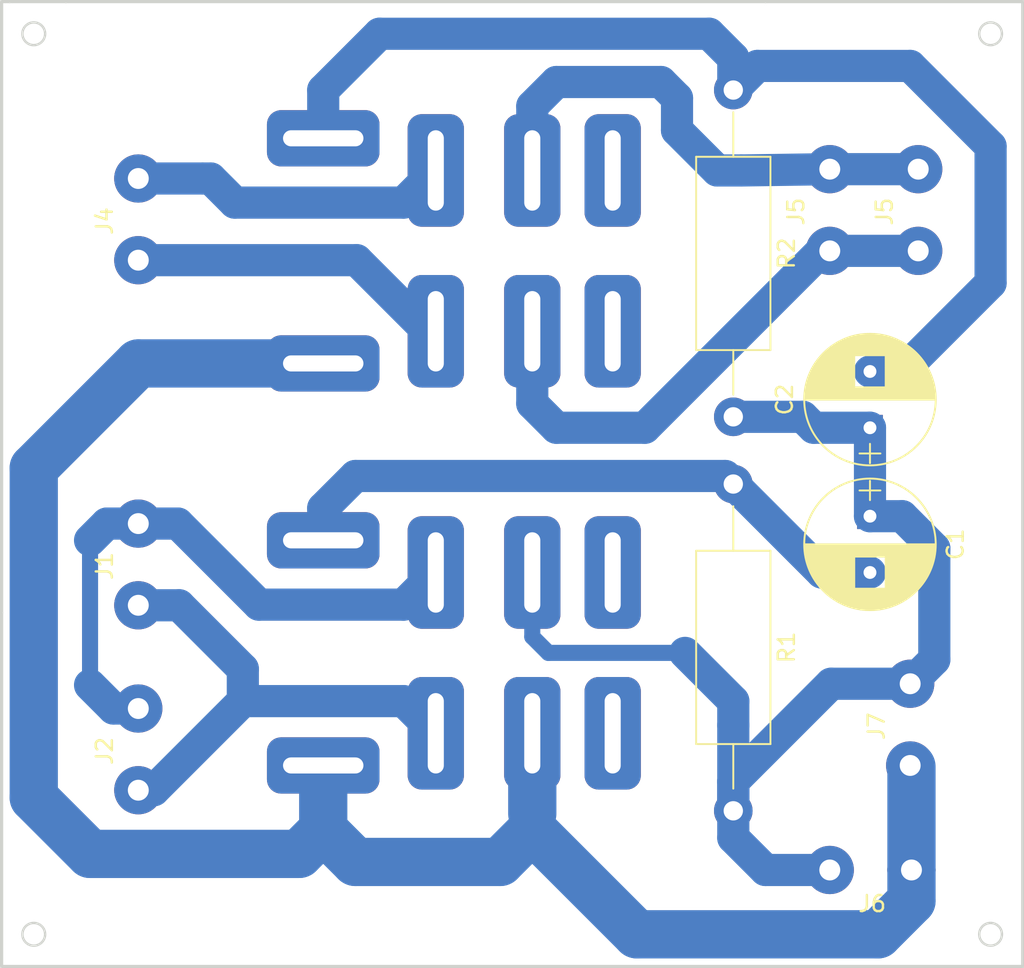
<source format=kicad_pcb>
(kicad_pcb (version 20221018) (generator pcbnew)
  (layers (0 "F.Cu" signal) (31 "B.Cu" signal) (34 "B.Paste" user) (35 "F.Paste" user) (36 "B.SilkS" user "B.Silkscreen") (37 "F.SilkS" user "F.Silkscreen") (38 "B.Mask" user) (39 "F.Mask" user) (44 "Edge.Cuts" user))
  (net 0 "")
  (net 1 "Net-(C1-Pad2)")
  (net 2 "VCC")
  (net 3 "Net-(C2-Pad2)")
  (net 4 "Net-(J1-Pad2)")
  (net 5 "Net-(J1-Pad1)")
  (net 6 "Net-(J3-Pad2)")
  (net 7 "Net-(J3-Pad1)")
  (net 8 "Net-(J4-Pad2)")
  (net 9 "Net-(J4-Pad1)")
  (net 10 "GND")
  (net 11 "Net-(K2-Pad7)")
  (net 12 "Net-(K2-Pad2)")
  (footprint "Capacitors_THT:CP_Radial_D8.0mm_P3.50mm" (layer "F.Cu") (at 168 56.5 -90)
    (fp_text reference "C1" (at 1.75 -5.31 270) (layer "F.SilkS"))
    (fp_text value "100uF")
    (fp_line (start -2.2 0) (end -1 0) (stroke (width 0.12)) (layer "F.SilkS"))
    (fp_line (start -1.6 -0.65) (end -1.6 0.65) (stroke (width 0.12)) (layer "F.SilkS"))
    (fp_line (start 1.75 -4.05) (end 1.75 4.05) (stroke (width 0.12)) (layer "F.SilkS"))
    (fp_line (start 1.79 -4.05) (end 1.79 4.05) (stroke (width 0.12)) (layer "F.SilkS"))
    (fp_line (start 1.83 -4.05) (end 1.83 4.05) (stroke (width 0.12)) (layer "F.SilkS"))
    (fp_line (start 1.87 -4.049) (end 1.87 4.049) (stroke (width 0.12)) (layer "F.SilkS"))
    (fp_line (start 1.91 -4.047) (end 1.91 4.047) (stroke (width 0.12)) (layer "F.SilkS"))
    (fp_line (start 1.95 -4.046) (end 1.95 4.046) (stroke (width 0.12)) (layer "F.SilkS"))
    (fp_line (start 1.99 -4.043) (end 1.99 4.043) (stroke (width 0.12)) (layer "F.SilkS"))
    (fp_line (start 2.03 -4.041) (end 2.03 4.041) (stroke (width 0.12)) (layer "F.SilkS"))
    (fp_line (start 2.07 -4.038) (end 2.07 4.038) (stroke (width 0.12)) (layer "F.SilkS"))
    (fp_line (start 2.11 -4.035) (end 2.11 4.035) (stroke (width 0.12)) (layer "F.SilkS"))
    (fp_line (start 2.15 -4.031) (end 2.15 4.031) (stroke (width 0.12)) (layer "F.SilkS"))
    (fp_line (start 2.19 -4.027) (end 2.19 4.027) (stroke (width 0.12)) (layer "F.SilkS"))
    (fp_line (start 2.23 -4.022) (end 2.23 4.022) (stroke (width 0.12)) (layer "F.SilkS"))
    (fp_line (start 2.27 -4.017) (end 2.27 4.017) (stroke (width 0.12)) (layer "F.SilkS"))
    (fp_line (start 2.31 -4.012) (end 2.31 4.012) (stroke (width 0.12)) (layer "F.SilkS"))
    (fp_line (start 2.35 -4.006) (end 2.35 4.006) (stroke (width 0.12)) (layer "F.SilkS"))
    (fp_line (start 2.39 -4) (end 2.39 4) (stroke (width 0.12)) (layer "F.SilkS"))
    (fp_line (start 2.43 -3.994) (end 2.43 3.994) (stroke (width 0.12)) (layer "F.SilkS"))
    (fp_line (start 2.471 -3.987) (end 2.471 3.987) (stroke (width 0.12)) (layer "F.SilkS"))
    (fp_line (start 2.511 -3.979) (end 2.511 3.979) (stroke (width 0.12)) (layer "F.SilkS"))
    (fp_line (start 2.551 -3.971) (end 2.551 -0.98) (stroke (width 0.12)) (layer "F.SilkS"))
    (fp_line (start 2.551 0.98) (end 2.551 3.971) (stroke (width 0.12)) (layer "F.SilkS"))
    (fp_line (start 2.591 -3.963) (end 2.591 -0.98) (stroke (width 0.12)) (layer "F.SilkS"))
    (fp_line (start 2.591 0.98) (end 2.591 3.963) (stroke (width 0.12)) (layer "F.SilkS"))
    (fp_line (start 2.631 -3.955) (end 2.631 -0.98) (stroke (width 0.12)) (layer "F.SilkS"))
    (fp_line (start 2.631 0.98) (end 2.631 3.955) (stroke (width 0.12)) (layer "F.SilkS"))
    (fp_line (start 2.671 -3.946) (end 2.671 -0.98) (stroke (width 0.12)) (layer "F.SilkS"))
    (fp_line (start 2.671 0.98) (end 2.671 3.946) (stroke (width 0.12)) (layer "F.SilkS"))
    (fp_line (start 2.711 -3.936) (end 2.711 -0.98) (stroke (width 0.12)) (layer "F.SilkS"))
    (fp_line (start 2.711 0.98) (end 2.711 3.936) (stroke (width 0.12)) (layer "F.SilkS"))
    (fp_line (start 2.751 -3.926) (end 2.751 -0.98) (stroke (width 0.12)) (layer "F.SilkS"))
    (fp_line (start 2.751 0.98) (end 2.751 3.926) (stroke (width 0.12)) (layer "F.SilkS"))
    (fp_line (start 2.791 -3.916) (end 2.791 -0.98) (stroke (width 0.12)) (layer "F.SilkS"))
    (fp_line (start 2.791 0.98) (end 2.791 3.916) (stroke (width 0.12)) (layer "F.SilkS"))
    (fp_line (start 2.831 -3.905) (end 2.831 -0.98) (stroke (width 0.12)) (layer "F.SilkS"))
    (fp_line (start 2.831 0.98) (end 2.831 3.905) (stroke (width 0.12)) (layer "F.SilkS"))
    (fp_line (start 2.871 -3.894) (end 2.871 -0.98) (stroke (width 0.12)) (layer "F.SilkS"))
    (fp_line (start 2.871 0.98) (end 2.871 3.894) (stroke (width 0.12)) (layer "F.SilkS"))
    (fp_line (start 2.911 -3.883) (end 2.911 -0.98) (stroke (width 0.12)) (layer "F.SilkS"))
    (fp_line (start 2.911 0.98) (end 2.911 3.883) (stroke (width 0.12)) (layer "F.SilkS"))
    (fp_line (start 2.951 -3.87) (end 2.951 -0.98) (stroke (width 0.12)) (layer "F.SilkS"))
    (fp_line (start 2.951 0.98) (end 2.951 3.87) (stroke (width 0.12)) (layer "F.SilkS"))
    (fp_line (start 2.991 -3.858) (end 2.991 -0.98) (stroke (width 0.12)) (layer "F.SilkS"))
    (fp_line (start 2.991 0.98) (end 2.991 3.858) (stroke (width 0.12)) (layer "F.SilkS"))
    (fp_line (start 3.031 -3.845) (end 3.031 -0.98) (stroke (width 0.12)) (layer "F.SilkS"))
    (fp_line (start 3.031 0.98) (end 3.031 3.845) (stroke (width 0.12)) (layer "F.SilkS"))
    (fp_line (start 3.071 -3.832) (end 3.071 -0.98) (stroke (width 0.12)) (layer "F.SilkS"))
    (fp_line (start 3.071 0.98) (end 3.071 3.832) (stroke (width 0.12)) (layer "F.SilkS"))
    (fp_line (start 3.111 -3.818) (end 3.111 -0.98) (stroke (width 0.12)) (layer "F.SilkS"))
    (fp_line (start 3.111 0.98) (end 3.111 3.818) (stroke (width 0.12)) (layer "F.SilkS"))
    (fp_line (start 3.151 -3.803) (end 3.151 -0.98) (stroke (width 0.12)) (layer "F.SilkS"))
    (fp_line (start 3.151 0.98) (end 3.151 3.803) (stroke (width 0.12)) (layer "F.SilkS"))
    (fp_line (start 3.191 -3.789) (end 3.191 -0.98) (stroke (width 0.12)) (layer "F.SilkS"))
    (fp_line (start 3.191 0.98) (end 3.191 3.789) (stroke (width 0.12)) (layer "F.SilkS"))
    (fp_line (start 3.231 -3.773) (end 3.231 -0.98) (stroke (width 0.12)) (layer "F.SilkS"))
    (fp_line (start 3.231 0.98) (end 3.231 3.773) (stroke (width 0.12)) (layer "F.SilkS"))
    (fp_line (start 3.271 -3.758) (end 3.271 -0.98) (stroke (width 0.12)) (layer "F.SilkS"))
    (fp_line (start 3.271 0.98) (end 3.271 3.758) (stroke (width 0.12)) (layer "F.SilkS"))
    (fp_line (start 3.311 -3.741) (end 3.311 -0.98) (stroke (width 0.12)) (layer "F.SilkS"))
    (fp_line (start 3.311 0.98) (end 3.311 3.741) (stroke (width 0.12)) (layer "F.SilkS"))
    (fp_line (start 3.351 -3.725) (end 3.351 -0.98) (stroke (width 0.12)) (layer "F.SilkS"))
    (fp_line (start 3.351 0.98) (end 3.351 3.725) (stroke (width 0.12)) (layer "F.SilkS"))
    (fp_line (start 3.391 -3.707) (end 3.391 -0.98) (stroke (width 0.12)) (layer "F.SilkS"))
    (fp_line (start 3.391 0.98) (end 3.391 3.707) (stroke (width 0.12)) (layer "F.SilkS"))
    (fp_line (start 3.431 -3.69) (end 3.431 -0.98) (stroke (width 0.12)) (layer "F.SilkS"))
    (fp_line (start 3.431 0.98) (end 3.431 3.69) (stroke (width 0.12)) (layer "F.SilkS"))
    (fp_line (start 3.471 -3.671) (end 3.471 -0.98) (stroke (width 0.12)) (layer "F.SilkS"))
    (fp_line (start 3.471 0.98) (end 3.471 3.671) (stroke (width 0.12)) (layer "F.SilkS"))
    (fp_line (start 3.511 -3.652) (end 3.511 -0.98) (stroke (width 0.12)) (layer "F.SilkS"))
    (fp_line (start 3.511 0.98) (end 3.511 3.652) (stroke (width 0.12)) (layer "F.SilkS"))
    (fp_line (start 3.551 -3.633) (end 3.551 -0.98) (stroke (width 0.12)) (layer "F.SilkS"))
    (fp_line (start 3.551 0.98) (end 3.551 3.633) (stroke (width 0.12)) (layer "F.SilkS"))
    (fp_line (start 3.591 -3.613) (end 3.591 -0.98) (stroke (width 0.12)) (layer "F.SilkS"))
    (fp_line (start 3.591 0.98) (end 3.591 3.613) (stroke (width 0.12)) (layer "F.SilkS"))
    (fp_line (start 3.631 -3.593) (end 3.631 -0.98) (stroke (width 0.12)) (layer "F.SilkS"))
    (fp_line (start 3.631 0.98) (end 3.631 3.593) (stroke (width 0.12)) (layer "F.SilkS"))
    (fp_line (start 3.671 -3.572) (end 3.671 -0.98) (stroke (width 0.12)) (layer "F.SilkS"))
    (fp_line (start 3.671 0.98) (end 3.671 3.572) (stroke (width 0.12)) (layer "F.SilkS"))
    (fp_line (start 3.711 -3.55) (end 3.711 -0.98) (stroke (width 0.12)) (layer "F.SilkS"))
    (fp_line (start 3.711 0.98) (end 3.711 3.55) (stroke (width 0.12)) (layer "F.SilkS"))
    (fp_line (start 3.751 -3.528) (end 3.751 -0.98) (stroke (width 0.12)) (layer "F.SilkS"))
    (fp_line (start 3.751 0.98) (end 3.751 3.528) (stroke (width 0.12)) (layer "F.SilkS"))
    (fp_line (start 3.791 -3.505) (end 3.791 -0.98) (stroke (width 0.12)) (layer "F.SilkS"))
    (fp_line (start 3.791 0.98) (end 3.791 3.505) (stroke (width 0.12)) (layer "F.SilkS"))
    (fp_line (start 3.831 -3.482) (end 3.831 -0.98) (stroke (width 0.12)) (layer "F.SilkS"))
    (fp_line (start 3.831 0.98) (end 3.831 3.482) (stroke (width 0.12)) (layer "F.SilkS"))
    (fp_line (start 3.871 -3.458) (end 3.871 -0.98) (stroke (width 0.12)) (layer "F.SilkS"))
    (fp_line (start 3.871 0.98) (end 3.871 3.458) (stroke (width 0.12)) (layer "F.SilkS"))
    (fp_line (start 3.911 -3.434) (end 3.911 -0.98) (stroke (width 0.12)) (layer "F.SilkS"))
    (fp_line (start 3.911 0.98) (end 3.911 3.434) (stroke (width 0.12)) (layer "F.SilkS"))
    (fp_line (start 3.951 -3.408) (end 3.951 -0.98) (stroke (width 0.12)) (layer "F.SilkS"))
    (fp_line (start 3.951 0.98) (end 3.951 3.408) (stroke (width 0.12)) (layer "F.SilkS"))
    (fp_line (start 3.991 -3.383) (end 3.991 -0.98) (stroke (width 0.12)) (layer "F.SilkS"))
    (fp_line (start 3.991 0.98) (end 3.991 3.383) (stroke (width 0.12)) (layer "F.SilkS"))
    (fp_line (start 4.031 -3.356) (end 4.031 -0.98) (stroke (width 0.12)) (layer "F.SilkS"))
    (fp_line (start 4.031 0.98) (end 4.031 3.356) (stroke (width 0.12)) (layer "F.SilkS"))
    (fp_line (start 4.071 -3.329) (end 4.071 -0.98) (stroke (width 0.12)) (layer "F.SilkS"))
    (fp_line (start 4.071 0.98) (end 4.071 3.329) (stroke (width 0.12)) (layer "F.SilkS"))
    (fp_line (start 4.111 -3.301) (end 4.111 -0.98) (stroke (width 0.12)) (layer "F.SilkS"))
    (fp_line (start 4.111 0.98) (end 4.111 3.301) (stroke (width 0.12)) (layer "F.SilkS"))
    (fp_line (start 4.151 -3.272) (end 4.151 -0.98) (stroke (width 0.12)) (layer "F.SilkS"))
    (fp_line (start 4.151 0.98) (end 4.151 3.272) (stroke (width 0.12)) (layer "F.SilkS"))
    (fp_line (start 4.191 -3.243) (end 4.191 -0.98) (stroke (width 0.12)) (layer "F.SilkS"))
    (fp_line (start 4.191 0.98) (end 4.191 3.243) (stroke (width 0.12)) (layer "F.SilkS"))
    (fp_line (start 4.231 -3.213) (end 4.231 -0.98) (stroke (width 0.12)) (layer "F.SilkS"))
    (fp_line (start 4.231 0.98) (end 4.231 3.213) (stroke (width 0.12)) (layer "F.SilkS"))
    (fp_line (start 4.271 -3.182) (end 4.271 -0.98) (stroke (width 0.12)) (layer "F.SilkS"))
    (fp_line (start 4.271 0.98) (end 4.271 3.182) (stroke (width 0.12)) (layer "F.SilkS"))
    (fp_line (start 4.311 -3.15) (end 4.311 -0.98) (stroke (width 0.12)) (layer "F.SilkS"))
    (fp_line (start 4.311 0.98) (end 4.311 3.15) (stroke (width 0.12)) (layer "F.SilkS"))
    (fp_line (start 4.351 -3.118) (end 4.351 -0.98) (stroke (width 0.12)) (layer "F.SilkS"))
    (fp_line (start 4.351 0.98) (end 4.351 3.118) (stroke (width 0.12)) (layer "F.SilkS"))
    (fp_line (start 4.391 -3.084) (end 4.391 -0.98) (stroke (width 0.12)) (layer "F.SilkS"))
    (fp_line (start 4.391 0.98) (end 4.391 3.084) (stroke (width 0.12)) (layer "F.SilkS"))
    (fp_line (start 4.431 -3.05) (end 4.431 -0.98) (stroke (width 0.12)) (layer "F.SilkS"))
    (fp_line (start 4.431 0.98) (end 4.431 3.05) (stroke (width 0.12)) (layer "F.SilkS"))
    (fp_line (start 4.471 -3.015) (end 4.471 -0.98) (stroke (width 0.12)) (layer "F.SilkS"))
    (fp_line (start 4.471 0.98) (end 4.471 3.015) (stroke (width 0.12)) (layer "F.SilkS"))
    (fp_line (start 4.511 -2.979) (end 4.511 2.979) (stroke (width 0.12)) (layer "F.SilkS"))
    (fp_line (start 4.551 -2.942) (end 4.551 2.942) (stroke (width 0.12)) (layer "F.SilkS"))
    (fp_line (start 4.591 -2.904) (end 4.591 2.904) (stroke (width 0.12)) (layer "F.SilkS"))
    (fp_line (start 4.631 -2.865) (end 4.631 2.865) (stroke (width 0.12)) (layer "F.SilkS"))
    (fp_line (start 4.671 -2.824) (end 4.671 2.824) (stroke (width 0.12)) (layer "F.SilkS"))
    (fp_line (start 4.711 -2.783) (end 4.711 2.783) (stroke (width 0.12)) (layer "F.SilkS"))
    (fp_line (start 4.751 -2.74) (end 4.751 2.74) (stroke (width 0.12)) (layer "F.SilkS"))
    (fp_line (start 4.791 -2.697) (end 4.791 2.697) (stroke (width 0.12)) (layer "F.SilkS"))
    (fp_line (start 4.831 -2.652) (end 4.831 2.652) (stroke (width 0.12)) (layer "F.SilkS"))
    (fp_line (start 4.871 -2.605) (end 4.871 2.605) (stroke (width 0.12)) (layer "F.SilkS"))
    (fp_line (start 4.911 -2.557) (end 4.911 2.557) (stroke (width 0.12)) (layer "F.SilkS"))
    (fp_line (start 4.951 -2.508) (end 4.951 2.508) (stroke (width 0.12)) (layer "F.SilkS"))
    (fp_line (start 4.991 -2.457) (end 4.991 2.457) (stroke (width 0.12)) (layer "F.SilkS"))
    (fp_line (start 5.031 -2.404) (end 5.031 2.404) (stroke (width 0.12)) (layer "F.SilkS"))
    (fp_line (start 5.071 -2.349) (end 5.071 2.349) (stroke (width 0.12)) (layer "F.SilkS"))
    (fp_line (start 5.111 -2.293) (end 5.111 2.293) (stroke (width 0.12)) (layer "F.SilkS"))
    (fp_line (start 5.151 -2.234) (end 5.151 2.234) (stroke (width 0.12)) (layer "F.SilkS"))
    (fp_line (start 5.191 -2.173) (end 5.191 2.173) (stroke (width 0.12)) (layer "F.SilkS"))
    (fp_line (start 5.231 -2.109) (end 5.231 2.109) (stroke (width 0.12)) (layer "F.SilkS"))
    (fp_line (start 5.271 -2.043) (end 5.271 2.043) (stroke (width 0.12)) (layer "F.SilkS"))
    (fp_line (start 5.311 -1.974) (end 5.311 1.974) (stroke (width 0.12)) (layer "F.SilkS"))
    (fp_line (start 5.351 -1.902) (end 5.351 1.902) (stroke (width 0.12)) (layer "F.SilkS"))
    (fp_line (start 5.391 -1.826) (end 5.391 1.826) (stroke (width 0.12)) (layer "F.SilkS"))
    (fp_line (start 5.431 -1.745) (end 5.431 1.745) (stroke (width 0.12)) (layer "F.SilkS"))
    (fp_line (start 5.471 -1.66) (end 5.471 1.66) (stroke (width 0.12)) (layer "F.SilkS"))
    (fp_line (start 5.511 -1.57) (end 5.511 1.57) (stroke (width 0.12)) (layer "F.SilkS"))
    (fp_line (start 5.551 -1.473) (end 5.551 1.473) (stroke (width 0.12)) (layer "F.SilkS"))
    (fp_line (start 5.591 -1.369) (end 5.591 1.369) (stroke (width 0.12)) (layer "F.SilkS"))
    (fp_line (start 5.631 -1.254) (end 5.631 1.254) (stroke (width 0.12)) (layer "F.SilkS"))
    (fp_line (start 5.671 -1.127) (end 5.671 1.127) (stroke (width 0.12)) (layer "F.SilkS"))
    (fp_line (start 5.711 -0.983) (end 5.711 0.983) (stroke (width 0.12)) (layer "F.SilkS"))
    (fp_line (start 5.751 -0.814) (end 5.751 0.814) (stroke (width 0.12)) (layer "F.SilkS"))
    (fp_line (start 5.791 -0.598) (end 5.791 0.598) (stroke (width 0.12)) (layer "F.SilkS"))
    (fp_line (start 5.831 -0.246) (end 5.831 0.246) (stroke (width 0.12)) (layer "F.SilkS"))
    (fp_circle (center 1.75 0) (end 5.84 0) (stroke (width 0.12)) (fill none) (layer "F.SilkS"))
    (pad "1" thru_hole rect (at 0 0 270) (size 1.6 1.6) (drill 0.8) (layers "*.Cu" "*.Mask") (net 2 "VCC"))
    (pad "2" thru_hole circle (at 3.5 0 270) (size 1.6 1.6) (drill 0.8) (layers "*.Cu" "*.Mask") (net 1 "Net-(C1-Pad2)"))
  )
  (footprint "Capacitors_THT:CP_Radial_D8.0mm_P3.50mm" (layer "F.Cu") (at 168 51 90)
    (fp_text reference "C2" (at 1.75 -5.31 90) (layer "F.SilkS"))
    (fp_text value "100uF")
    (fp_line (start -2.2 0) (end -1 0) (stroke (width 0.12)) (layer "F.SilkS"))
    (fp_line (start -1.6 -0.65) (end -1.6 0.65) (stroke (width 0.12)) (layer "F.SilkS"))
    (fp_line (start 1.75 -4.05) (end 1.75 4.05) (stroke (width 0.12)) (layer "F.SilkS"))
    (fp_line (start 1.79 -4.05) (end 1.79 4.05) (stroke (width 0.12)) (layer "F.SilkS"))
    (fp_line (start 1.83 -4.05) (end 1.83 4.05) (stroke (width 0.12)) (layer "F.SilkS"))
    (fp_line (start 1.87 -4.049) (end 1.87 4.049) (stroke (width 0.12)) (layer "F.SilkS"))
    (fp_line (start 1.91 -4.047) (end 1.91 4.047) (stroke (width 0.12)) (layer "F.SilkS"))
    (fp_line (start 1.95 -4.046) (end 1.95 4.046) (stroke (width 0.12)) (layer "F.SilkS"))
    (fp_line (start 1.99 -4.043) (end 1.99 4.043) (stroke (width 0.12)) (layer "F.SilkS"))
    (fp_line (start 2.03 -4.041) (end 2.03 4.041) (stroke (width 0.12)) (layer "F.SilkS"))
    (fp_line (start 2.07 -4.038) (end 2.07 4.038) (stroke (width 0.12)) (layer "F.SilkS"))
    (fp_line (start 2.11 -4.035) (end 2.11 4.035) (stroke (width 0.12)) (layer "F.SilkS"))
    (fp_line (start 2.15 -4.031) (end 2.15 4.031) (stroke (width 0.12)) (layer "F.SilkS"))
    (fp_line (start 2.19 -4.027) (end 2.19 4.027) (stroke (width 0.12)) (layer "F.SilkS"))
    (fp_line (start 2.23 -4.022) (end 2.23 4.022) (stroke (width 0.12)) (layer "F.SilkS"))
    (fp_line (start 2.27 -4.017) (end 2.27 4.017) (stroke (width 0.12)) (layer "F.SilkS"))
    (fp_line (start 2.31 -4.012) (end 2.31 4.012) (stroke (width 0.12)) (layer "F.SilkS"))
    (fp_line (start 2.35 -4.006) (end 2.35 4.006) (stroke (width 0.12)) (layer "F.SilkS"))
    (fp_line (start 2.39 -4) (end 2.39 4) (stroke (width 0.12)) (layer "F.SilkS"))
    (fp_line (start 2.43 -3.994) (end 2.43 3.994) (stroke (width 0.12)) (layer "F.SilkS"))
    (fp_line (start 2.471 -3.987) (end 2.471 3.987) (stroke (width 0.12)) (layer "F.SilkS"))
    (fp_line (start 2.511 -3.979) (end 2.511 3.979) (stroke (width 0.12)) (layer "F.SilkS"))
    (fp_line (start 2.551 -3.971) (end 2.551 -0.98) (stroke (width 0.12)) (layer "F.SilkS"))
    (fp_line (start 2.551 0.98) (end 2.551 3.971) (stroke (width 0.12)) (layer "F.SilkS"))
    (fp_line (start 2.591 -3.963) (end 2.591 -0.98) (stroke (width 0.12)) (layer "F.SilkS"))
    (fp_line (start 2.591 0.98) (end 2.591 3.963) (stroke (width 0.12)) (layer "F.SilkS"))
    (fp_line (start 2.631 -3.955) (end 2.631 -0.98) (stroke (width 0.12)) (layer "F.SilkS"))
    (fp_line (start 2.631 0.98) (end 2.631 3.955) (stroke (width 0.12)) (layer "F.SilkS"))
    (fp_line (start 2.671 -3.946) (end 2.671 -0.98) (stroke (width 0.12)) (layer "F.SilkS"))
    (fp_line (start 2.671 0.98) (end 2.671 3.946) (stroke (width 0.12)) (layer "F.SilkS"))
    (fp_line (start 2.711 -3.936) (end 2.711 -0.98) (stroke (width 0.12)) (layer "F.SilkS"))
    (fp_line (start 2.711 0.98) (end 2.711 3.936) (stroke (width 0.12)) (layer "F.SilkS"))
    (fp_line (start 2.751 -3.926) (end 2.751 -0.98) (stroke (width 0.12)) (layer "F.SilkS"))
    (fp_line (start 2.751 0.98) (end 2.751 3.926) (stroke (width 0.12)) (layer "F.SilkS"))
    (fp_line (start 2.791 -3.916) (end 2.791 -0.98) (stroke (width 0.12)) (layer "F.SilkS"))
    (fp_line (start 2.791 0.98) (end 2.791 3.916) (stroke (width 0.12)) (layer "F.SilkS"))
    (fp_line (start 2.831 -3.905) (end 2.831 -0.98) (stroke (width 0.12)) (layer "F.SilkS"))
    (fp_line (start 2.831 0.98) (end 2.831 3.905) (stroke (width 0.12)) (layer "F.SilkS"))
    (fp_line (start 2.871 -3.894) (end 2.871 -0.98) (stroke (width 0.12)) (layer "F.SilkS"))
    (fp_line (start 2.871 0.98) (end 2.871 3.894) (stroke (width 0.12)) (layer "F.SilkS"))
    (fp_line (start 2.911 -3.883) (end 2.911 -0.98) (stroke (width 0.12)) (layer "F.SilkS"))
    (fp_line (start 2.911 0.98) (end 2.911 3.883) (stroke (width 0.12)) (layer "F.SilkS"))
    (fp_line (start 2.951 -3.87) (end 2.951 -0.98) (stroke (width 0.12)) (layer "F.SilkS"))
    (fp_line (start 2.951 0.98) (end 2.951 3.87) (stroke (width 0.12)) (layer "F.SilkS"))
    (fp_line (start 2.991 -3.858) (end 2.991 -0.98) (stroke (width 0.12)) (layer "F.SilkS"))
    (fp_line (start 2.991 0.98) (end 2.991 3.858) (stroke (width 0.12)) (layer "F.SilkS"))
    (fp_line (start 3.031 -3.845) (end 3.031 -0.98) (stroke (width 0.12)) (layer "F.SilkS"))
    (fp_line (start 3.031 0.98) (end 3.031 3.845) (stroke (width 0.12)) (layer "F.SilkS"))
    (fp_line (start 3.071 -3.832) (end 3.071 -0.98) (stroke (width 0.12)) (layer "F.SilkS"))
    (fp_line (start 3.071 0.98) (end 3.071 3.832) (stroke (width 0.12)) (layer "F.SilkS"))
    (fp_line (start 3.111 -3.818) (end 3.111 -0.98) (stroke (width 0.12)) (layer "F.SilkS"))
    (fp_line (start 3.111 0.98) (end 3.111 3.818) (stroke (width 0.12)) (layer "F.SilkS"))
    (fp_line (start 3.151 -3.803) (end 3.151 -0.98) (stroke (width 0.12)) (layer "F.SilkS"))
    (fp_line (start 3.151 0.98) (end 3.151 3.803) (stroke (width 0.12)) (layer "F.SilkS"))
    (fp_line (start 3.191 -3.789) (end 3.191 -0.98) (stroke (width 0.12)) (layer "F.SilkS"))
    (fp_line (start 3.191 0.98) (end 3.191 3.789) (stroke (width 0.12)) (layer "F.SilkS"))
    (fp_line (start 3.231 -3.773) (end 3.231 -0.98) (stroke (width 0.12)) (layer "F.SilkS"))
    (fp_line (start 3.231 0.98) (end 3.231 3.773) (stroke (width 0.12)) (layer "F.SilkS"))
    (fp_line (start 3.271 -3.758) (end 3.271 -0.98) (stroke (width 0.12)) (layer "F.SilkS"))
    (fp_line (start 3.271 0.98) (end 3.271 3.758) (stroke (width 0.12)) (layer "F.SilkS"))
    (fp_line (start 3.311 -3.741) (end 3.311 -0.98) (stroke (width 0.12)) (layer "F.SilkS"))
    (fp_line (start 3.311 0.98) (end 3.311 3.741) (stroke (width 0.12)) (layer "F.SilkS"))
    (fp_line (start 3.351 -3.725) (end 3.351 -0.98) (stroke (width 0.12)) (layer "F.SilkS"))
    (fp_line (start 3.351 0.98) (end 3.351 3.725) (stroke (width 0.12)) (layer "F.SilkS"))
    (fp_line (start 3.391 -3.707) (end 3.391 -0.98) (stroke (width 0.12)) (layer "F.SilkS"))
    (fp_line (start 3.391 0.98) (end 3.391 3.707) (stroke (width 0.12)) (layer "F.SilkS"))
    (fp_line (start 3.431 -3.69) (end 3.431 -0.98) (stroke (width 0.12)) (layer "F.SilkS"))
    (fp_line (start 3.431 0.98) (end 3.431 3.69) (stroke (width 0.12)) (layer "F.SilkS"))
    (fp_line (start 3.471 -3.671) (end 3.471 -0.98) (stroke (width 0.12)) (layer "F.SilkS"))
    (fp_line (start 3.471 0.98) (end 3.471 3.671) (stroke (width 0.12)) (layer "F.SilkS"))
    (fp_line (start 3.511 -3.652) (end 3.511 -0.98) (stroke (width 0.12)) (layer "F.SilkS"))
    (fp_line (start 3.511 0.98) (end 3.511 3.652) (stroke (width 0.12)) (layer "F.SilkS"))
    (fp_line (start 3.551 -3.633) (end 3.551 -0.98) (stroke (width 0.12)) (layer "F.SilkS"))
    (fp_line (start 3.551 0.98) (end 3.551 3.633) (stroke (width 0.12)) (layer "F.SilkS"))
    (fp_line (start 3.591 -3.613) (end 3.591 -0.98) (stroke (width 0.12)) (layer "F.SilkS"))
    (fp_line (start 3.591 0.98) (end 3.591 3.613) (stroke (width 0.12)) (layer "F.SilkS"))
    (fp_line (start 3.631 -3.593) (end 3.631 -0.98) (stroke (width 0.12)) (layer "F.SilkS"))
    (fp_line (start 3.631 0.98) (end 3.631 3.593) (stroke (width 0.12)) (layer "F.SilkS"))
    (fp_line (start 3.671 -3.572) (end 3.671 -0.98) (stroke (width 0.12)) (layer "F.SilkS"))
    (fp_line (start 3.671 0.98) (end 3.671 3.572) (stroke (width 0.12)) (layer "F.SilkS"))
    (fp_line (start 3.711 -3.55) (end 3.711 -0.98) (stroke (width 0.12)) (layer "F.SilkS"))
    (fp_line (start 3.711 0.98) (end 3.711 3.55) (stroke (width 0.12)) (layer "F.SilkS"))
    (fp_line (start 3.751 -3.528) (end 3.751 -0.98) (stroke (width 0.12)) (layer "F.SilkS"))
    (fp_line (start 3.751 0.98) (end 3.751 3.528) (stroke (width 0.12)) (layer "F.SilkS"))
    (fp_line (start 3.791 -3.505) (end 3.791 -0.98) (stroke (width 0.12)) (layer "F.SilkS"))
    (fp_line (start 3.791 0.98) (end 3.791 3.505) (stroke (width 0.12)) (layer "F.SilkS"))
    (fp_line (start 3.831 -3.482) (end 3.831 -0.98) (stroke (width 0.12)) (layer "F.SilkS"))
    (fp_line (start 3.831 0.98) (end 3.831 3.482) (stroke (width 0.12)) (layer "F.SilkS"))
    (fp_line (start 3.871 -3.458) (end 3.871 -0.98) (stroke (width 0.12)) (layer "F.SilkS"))
    (fp_line (start 3.871 0.98) (end 3.871 3.458) (stroke (width 0.12)) (layer "F.SilkS"))
    (fp_line (start 3.911 -3.434) (end 3.911 -0.98) (stroke (width 0.12)) (layer "F.SilkS"))
    (fp_line (start 3.911 0.98) (end 3.911 3.434) (stroke (width 0.12)) (layer "F.SilkS"))
    (fp_line (start 3.951 -3.408) (end 3.951 -0.98) (stroke (width 0.12)) (layer "F.SilkS"))
    (fp_line (start 3.951 0.98) (end 3.951 3.408) (stroke (width 0.12)) (layer "F.SilkS"))
    (fp_line (start 3.991 -3.383) (end 3.991 -0.98) (stroke (width 0.12)) (layer "F.SilkS"))
    (fp_line (start 3.991 0.98) (end 3.991 3.383) (stroke (width 0.12)) (layer "F.SilkS"))
    (fp_line (start 4.031 -3.356) (end 4.031 -0.98) (stroke (width 0.12)) (layer "F.SilkS"))
    (fp_line (start 4.031 0.98) (end 4.031 3.356) (stroke (width 0.12)) (layer "F.SilkS"))
    (fp_line (start 4.071 -3.329) (end 4.071 -0.98) (stroke (width 0.12)) (layer "F.SilkS"))
    (fp_line (start 4.071 0.98) (end 4.071 3.329) (stroke (width 0.12)) (layer "F.SilkS"))
    (fp_line (start 4.111 -3.301) (end 4.111 -0.98) (stroke (width 0.12)) (layer "F.SilkS"))
    (fp_line (start 4.111 0.98) (end 4.111 3.301) (stroke (width 0.12)) (layer "F.SilkS"))
    (fp_line (start 4.151 -3.272) (end 4.151 -0.98) (stroke (width 0.12)) (layer "F.SilkS"))
    (fp_line (start 4.151 0.98) (end 4.151 3.272) (stroke (width 0.12)) (layer "F.SilkS"))
    (fp_line (start 4.191 -3.243) (end 4.191 -0.98) (stroke (width 0.12)) (layer "F.SilkS"))
    (fp_line (start 4.191 0.98) (end 4.191 3.243) (stroke (width 0.12)) (layer "F.SilkS"))
    (fp_line (start 4.231 -3.213) (end 4.231 -0.98) (stroke (width 0.12)) (layer "F.SilkS"))
    (fp_line (start 4.231 0.98) (end 4.231 3.213) (stroke (width 0.12)) (layer "F.SilkS"))
    (fp_line (start 4.271 -3.182) (end 4.271 -0.98) (stroke (width 0.12)) (layer "F.SilkS"))
    (fp_line (start 4.271 0.98) (end 4.271 3.182) (stroke (width 0.12)) (layer "F.SilkS"))
    (fp_line (start 4.311 -3.15) (end 4.311 -0.98) (stroke (width 0.12)) (layer "F.SilkS"))
    (fp_line (start 4.311 0.98) (end 4.311 3.15) (stroke (width 0.12)) (layer "F.SilkS"))
    (fp_line (start 4.351 -3.118) (end 4.351 -0.98) (stroke (width 0.12)) (layer "F.SilkS"))
    (fp_line (start 4.351 0.98) (end 4.351 3.118) (stroke (width 0.12)) (layer "F.SilkS"))
    (fp_line (start 4.391 -3.084) (end 4.391 -0.98) (stroke (width 0.12)) (layer "F.SilkS"))
    (fp_line (start 4.391 0.98) (end 4.391 3.084) (stroke (width 0.12)) (layer "F.SilkS"))
    (fp_line (start 4.431 -3.05) (end 4.431 -0.98) (stroke (width 0.12)) (layer "F.SilkS"))
    (fp_line (start 4.431 0.98) (end 4.431 3.05) (stroke (width 0.12)) (layer "F.SilkS"))
    (fp_line (start 4.471 -3.015) (end 4.471 -0.98) (stroke (width 0.12)) (layer "F.SilkS"))
    (fp_line (start 4.471 0.98) (end 4.471 3.015) (stroke (width 0.12)) (layer "F.SilkS"))
    (fp_line (start 4.511 -2.979) (end 4.511 2.979) (stroke (width 0.12)) (layer "F.SilkS"))
    (fp_line (start 4.551 -2.942) (end 4.551 2.942) (stroke (width 0.12)) (layer "F.SilkS"))
    (fp_line (start 4.591 -2.904) (end 4.591 2.904) (stroke (width 0.12)) (layer "F.SilkS"))
    (fp_line (start 4.631 -2.865) (end 4.631 2.865) (stroke (width 0.12)) (layer "F.SilkS"))
    (fp_line (start 4.671 -2.824) (end 4.671 2.824) (stroke (width 0.12)) (layer "F.SilkS"))
    (fp_line (start 4.711 -2.783) (end 4.711 2.783) (stroke (width 0.12)) (layer "F.SilkS"))
    (fp_line (start 4.751 -2.74) (end 4.751 2.74) (stroke (width 0.12)) (layer "F.SilkS"))
    (fp_line (start 4.791 -2.697) (end 4.791 2.697) (stroke (width 0.12)) (layer "F.SilkS"))
    (fp_line (start 4.831 -2.652) (end 4.831 2.652) (stroke (width 0.12)) (layer "F.SilkS"))
    (fp_line (start 4.871 -2.605) (end 4.871 2.605) (stroke (width 0.12)) (layer "F.SilkS"))
    (fp_line (start 4.911 -2.557) (end 4.911 2.557) (stroke (width 0.12)) (layer "F.SilkS"))
    (fp_line (start 4.951 -2.508) (end 4.951 2.508) (stroke (width 0.12)) (layer "F.SilkS"))
    (fp_line (start 4.991 -2.457) (end 4.991 2.457) (stroke (width 0.12)) (layer "F.SilkS"))
    (fp_line (start 5.031 -2.404) (end 5.031 2.404) (stroke (width 0.12)) (layer "F.SilkS"))
    (fp_line (start 5.071 -2.349) (end 5.071 2.349) (stroke (width 0.12)) (layer "F.SilkS"))
    (fp_line (start 5.111 -2.293) (end 5.111 2.293) (stroke (width 0.12)) (layer "F.SilkS"))
    (fp_line (start 5.151 -2.234) (end 5.151 2.234) (stroke (width 0.12)) (layer "F.SilkS"))
    (fp_line (start 5.191 -2.173) (end 5.191 2.173) (stroke (width 0.12)) (layer "F.SilkS"))
    (fp_line (start 5.231 -2.109) (end 5.231 2.109) (stroke (width 0.12)) (layer "F.SilkS"))
    (fp_line (start 5.271 -2.043) (end 5.271 2.043) (stroke (width 0.12)) (layer "F.SilkS"))
    (fp_line (start 5.311 -1.974) (end 5.311 1.974) (stroke (width 0.12)) (layer "F.SilkS"))
    (fp_line (start 5.351 -1.902) (end 5.351 1.902) (stroke (width 0.12)) (layer "F.SilkS"))
    (fp_line (start 5.391 -1.826) (end 5.391 1.826) (stroke (width 0.12)) (layer "F.SilkS"))
    (fp_line (start 5.431 -1.745) (end 5.431 1.745) (stroke (width 0.12)) (layer "F.SilkS"))
    (fp_line (start 5.471 -1.66) (end 5.471 1.66) (stroke (width 0.12)) (layer "F.SilkS"))
    (fp_line (start 5.511 -1.57) (end 5.511 1.57) (stroke (width 0.12)) (layer "F.SilkS"))
    (fp_line (start 5.551 -1.473) (end 5.551 1.473) (stroke (width 0.12)) (layer "F.SilkS"))
    (fp_line (start 5.591 -1.369) (end 5.591 1.369) (stroke (width 0.12)) (layer "F.SilkS"))
    (fp_line (start 5.631 -1.254) (end 5.631 1.254) (stroke (width 0.12)) (layer "F.SilkS"))
    (fp_line (start 5.671 -1.127) (end 5.671 1.127) (stroke (width 0.12)) (layer "F.SilkS"))
    (fp_line (start 5.711 -0.983) (end 5.711 0.983) (stroke (width 0.12)) (layer "F.SilkS"))
    (fp_line (start 5.751 -0.814) (end 5.751 0.814) (stroke (width 0.12)) (layer "F.SilkS"))
    (fp_line (start 5.791 -0.598) (end 5.791 0.598) (stroke (width 0.12)) (layer "F.SilkS"))
    (fp_line (start 5.831 -0.246) (end 5.831 0.246) (stroke (width 0.12)) (layer "F.SilkS"))
    (fp_circle (center 1.75 0) (end 5.84 0) (stroke (width 0.12)) (fill none) (layer "F.SilkS"))
    (pad "1" thru_hole rect (at 0 0 90) (size 1.6 1.6) (drill 0.8) (layers "*.Cu" "*.Mask") (net 2 "VCC"))
    (pad "2" thru_hole circle (at 3.5 0 90) (size 1.6 1.6) (drill 0.8) (layers "*.Cu" "*.Mask") (net 3 "Net-(C2-Pad2)"))
  )
  (footprint "KiCadCustomLibs:Conn_Power" (layer "F.Cu") (at 122.5 59.5 90)
    (fp_text reference "J1" (at -0.1 -2.1 90) (layer "F.SilkS"))
    (fp_text value "AMP1")
    (pad "1" thru_hole circle (at -2.54 0 90) (size 3 3) (drill 1.3) (layers "*.Cu" "*.Mask") (net 5 "Net-(J1-Pad1)"))
    (pad "2" thru_hole circle (at 2.54 0 90) (size 3 3) (drill 1.3) (layers "*.Cu" "*.Mask") (net 4 "Net-(J1-Pad2)"))
  )
  (footprint "KiCadCustomLibs:Conn_Power" (layer "F.Cu") (at 122.5 71 90)
    (fp_text reference "J2" (at -0.1 -2.1 90) (layer "F.SilkS"))
    (fp_text value "AMP2")
    (pad "1" thru_hole circle (at -2.54 0 90) (size 3 3) (drill 1.3) (layers "*.Cu" "*.Mask") (net 5 "Net-(J1-Pad1)"))
    (pad "2" thru_hole circle (at 2.54 0 90) (size 3 3) (drill 1.3) (layers "*.Cu" "*.Mask") (net 4 "Net-(J1-Pad2)"))
  )
  (footprint "KiCadCustomLibs:Conn_Power" (layer "F.Cu") (at 122.5 38.04 90)
    (fp_text reference "J4" (at -0.1 -2.1 90) (layer "F.SilkS"))
    (fp_text value "CHG_OUT")
    (pad "1" thru_hole circle (at -2.54 0 90) (size 3 3) (drill 1.3) (layers "*.Cu" "*.Mask") (net 9 "Net-(J4-Pad1)"))
    (pad "2" thru_hole circle (at 2.54 0 90) (size 3 3) (drill 1.3) (layers "*.Cu" "*.Mask") (net 8 "Net-(J4-Pad2)"))
  )
  (footprint "KiCadCustomLibs:Conn_Power" (layer "F.Cu") (at 171 37.46 90)
    (fp_text reference "J5" (at -0.1 -2.1 90) (layer "F.SilkS"))
    (fp_text value "BAT")
    (pad "1" thru_hole circle (at -2.54 0 90) (size 3 3) (drill 1.3) (layers "*.Cu" "*.Mask") (net 7 "Net-(J3-Pad1)"))
    (pad "2" thru_hole circle (at 2.54 0 90) (size 3 3) (drill 1.3) (layers "*.Cu" "*.Mask") (net 6 "Net-(J3-Pad2)"))
  )
  (footprint "KiCadCustomLibs:Conn_Power" (layer "F.Cu") (at 168.04 78.5 180)
    (fp_text reference "J6" (at -0.1 -2.1 180) (layer "F.SilkS"))
    (fp_text value "CHG_IN")
    (pad "1" thru_hole circle (at -2.54 0 180) (size 3 3) (drill 1.3) (layers "*.Cu" "*.Mask") (net 10 "GND"))
    (pad "2" thru_hole circle (at 2.54 0 180) (size 3 3) (drill 1.3) (layers "*.Cu" "*.Mask") (net 2 "VCC"))
  )
  (footprint "KiCadCustomLibs:Conn_Power" (layer "F.Cu") (at 170.5 69.46 90)
    (fp_text reference "J7" (at -0.1 -2.1 90) (layer "F.SilkS"))
    (fp_text value "V27")
    (pad "1" thru_hole circle (at -2.54 0 90) (size 3 3) (drill 1.3) (layers "*.Cu" "*.Mask") (net 10 "GND"))
    (pad "2" thru_hole circle (at 2.54 0 90) (size 3 3) (drill 1.3) (layers "*.Cu" "*.Mask") (net 2 "VCC"))
  )
  (footprint "KiCadCustomLibs:Relay_LY2NJ" (layer "F.Cu") (at 134 40)
    (fp_text reference "K2" hide)
    (fp_text value "LY2NJ")
    (pad "1" thru_hole roundrect (at 0 7) (size 7 3.5) (drill oval 5 1) (layers "*.Cu" "*.Mask") (net 10 "GND"))
    (pad "2" thru_hole roundrect (at 18 -5 90) (size 7 3.5) (drill oval 5 1) (layers "*.Cu" "*.Mask") (net 12 "Net-(K2-Pad2)"))
    (pad "3" thru_hole roundrect (at 7 -5 90) (size 7 3.5) (drill oval 5 1) (layers "*.Cu" "*.Mask") (net 8 "Net-(J4-Pad2)"))
    (pad "4" thru_hole roundrect (at 13 -5 90) (size 7 3.5) (drill oval 5 1) (layers "*.Cu" "*.Mask") (net 6 "Net-(J3-Pad2)"))
    (pad "5" thru_hole roundrect (at 13 5 90) (size 7 3.5) (drill oval 5 1) (layers "*.Cu" "*.Mask") (net 7 "Net-(J3-Pad1)"))
    (pad "6" thru_hole roundrect (at 7 5 90) (size 7 3.5) (drill oval 5 1) (layers "*.Cu" "*.Mask") (net 9 "Net-(J4-Pad1)"))
    (pad "7" thru_hole roundrect (at 18 5 90) (size 7 3.5) (drill oval 5 1) (layers "*.Cu" "*.Mask") (net 11 "Net-(K2-Pad7)"))
    (pad "8" thru_hole roundrect (at 0 -7) (size 7 3.5) (drill oval 5 1) (layers "*.Cu" "*.Mask") (net 3 "Net-(C2-Pad2)"))
  )
  (footprint "Resistors_THT:R_Axial_DIN0414_L11.9mm_D4.5mm_P20.32mm_Horizontal" (layer "F.Cu") (at 159.5 30 -90)
    (fp_text reference "R2" (at 10.16 -3.31 270) (layer "F.SilkS"))
    (fp_text value "220")
    (fp_line (start 1.38 0) (end 4.15 0) (stroke (width 0.12)) (layer "F.SilkS"))
    (fp_line (start 4.15 -2.31) (end 4.15 2.31) (stroke (width 0.12)) (layer "F.SilkS"))
    (fp_line (start 4.15 2.31) (end 16.17 2.31) (stroke (width 0.12)) (layer "F.SilkS"))
    (fp_line (start 16.17 -2.31) (end 4.15 -2.31) (stroke (width 0.12)) (layer "F.SilkS"))
    (fp_line (start 16.17 2.31) (end 16.17 -2.31) (stroke (width 0.12)) (layer "F.SilkS"))
    (fp_line (start 18.94 0) (end 16.17 0) (stroke (width 0.12)) (layer "F.SilkS"))
    (pad "1" thru_hole circle (at 0 0 270) (size 2.4 2.4) (drill 1.2) (layers "*.Cu" "*.Mask") (net 3 "Net-(C2-Pad2)"))
    (pad "2" thru_hole oval (at 20.32 0 270) (size 2.4 2.4) (drill 1.2) (layers "*.Cu" "*.Mask") (net 2 "VCC"))
  )
  (footprint "Resistors_THT:R_Axial_DIN0414_L11.9mm_D4.5mm_P20.32mm_Horizontal" (layer "F.Cu") (at 159.5 54.5 -90)
    (fp_text reference "R1" (at 10.16 -3.31 270) (layer "F.SilkS"))
    (fp_text value "220")
    (fp_line (start 1.38 0) (end 4.15 0) (stroke (width 0.12)) (layer "F.SilkS"))
    (fp_line (start 4.15 -2.31) (end 4.15 2.31) (stroke (width 0.12)) (layer "F.SilkS"))
    (fp_line (start 4.15 2.31) (end 16.17 2.31) (stroke (width 0.12)) (layer "F.SilkS"))
    (fp_line (start 16.17 -2.31) (end 4.15 -2.31) (stroke (width 0.12)) (layer "F.SilkS"))
    (fp_line (start 16.17 2.31) (end 16.17 -2.31) (stroke (width 0.12)) (layer "F.SilkS"))
    (fp_line (start 18.94 0) (end 16.17 0) (stroke (width 0.12)) (layer "F.SilkS"))
    (pad "1" thru_hole circle (at 0 0 270) (size 2.4 2.4) (drill 1.2) (layers "*.Cu" "*.Mask") (net 1 "Net-(C1-Pad2)"))
    (pad "2" thru_hole oval (at 20.32 0 270) (size 2.4 2.4) (drill 1.2) (layers "*.Cu" "*.Mask") (net 2 "VCC"))
  )
  (footprint "KiCadCustomLibs:Relay_LY2NJ" (layer "F.Cu") (at 134 65)
    (fp_text reference "K1" hide)
    (fp_text value "LY2NJ")
    (pad "1" thru_hole roundrect (at 0 7) (size 7 3.5) (drill oval 5 1) (layers "*.Cu" "*.Mask") (net 10 "GND"))
    (pad "2" thru_hole roundrect (at 18 -5 90) (size 7 3.5) (drill oval 5 1) (layers "*.Cu" "*.Mask") (net 6 "Net-(J3-Pad2)"))
    (pad "3" thru_hole roundrect (at 7 -5 90) (size 7 3.5) (drill oval 5 1) (layers "*.Cu" "*.Mask") (net 4 "Net-(J1-Pad2)"))
    (pad "4" thru_hole roundrect (at 13 -5 90) (size 7 3.5) (drill oval 5 1) (layers "*.Cu" "*.Mask") (net 2 "VCC"))
    (pad "5" thru_hole roundrect (at 13 5 90) (size 7 3.5) (drill oval 5 1) (layers "*.Cu" "*.Mask") (net 10 "GND"))
    (pad "6" thru_hole roundrect (at 7 5 90) (size 7 3.5) (drill oval 5 1) (layers "*.Cu" "*.Mask") (net 5 "Net-(J1-Pad1)"))
    (pad "7" thru_hole roundrect (at 18 5 90) (size 7 3.5) (drill oval 5 1) (layers "*.Cu" "*.Mask") (net 7 "Net-(J3-Pad1)"))
    (pad "8" thru_hole roundrect (at 0 -7) (size 7 3.5) (drill oval 5 1) (layers "*.Cu" "*.Mask") (net 1 "Net-(C1-Pad2)"))
  )
  (footprint "KiCadCustomLibs:Conn_Power" (layer "F.Cu") (at 165.5 37.46 90)
    (fp_text reference "J5" (at -0.1 -2.1 90) (layer "F.SilkS"))
    (fp_text value "BAT")
    (pad "1" thru_hole circle (at -2.54 0 90) (size 3 3) (drill 1.3) (layers "*.Cu" "*.Mask") (net 7 "Net-(J3-Pad1)"))
    (pad "2" thru_hole circle (at 2.54 0 90) (size 3 3) (drill 1.3) (layers "*.Cu" "*.Mask") (net 6 "Net-(J3-Pad2)"))
  )
  (gr_line (start 114 62.5) (end 114 84.5) (stroke (width 0.2)) (layer "Edge.Cuts"))
  (gr_line (start 177.5 84.5) (end 114 84.5) (stroke (width 0.2)) (layer "Edge.Cuts"))
  (gr_line (start 177.5 24.5) (end 177.5 84.5) (stroke (width 0.2)) (layer "Edge.Cuts"))
  (gr_line (start 114 24.5) (end 114 62.5) (stroke (width 0.2)) (layer "Edge.Cuts"))
  (gr_line (start 118 24.5) (end 114.5 24.5) (stroke (width 0.2)) (layer "Edge.Cuts"))
  (gr_line (start 161.5 24.5) (end 177.5 24.5) (stroke (width 0.2)) (layer "Edge.Cuts"))
  (gr_circle (center 175.5 26.5) (end 176 26) (stroke (width 0.15)) (fill none) (layer "Edge.Cuts"))
  (gr_circle (center 116 26.5) (end 115.5 26) (stroke (width 0.15)) (fill none) (layer "Edge.Cuts"))
  (gr_line (start 161.5 24.5) (end 118 24.5) (stroke (width 0.2)) (layer "Edge.Cuts"))
  (gr_circle (center 175.5 82.5) (end 176 83) (stroke (width 0.15)) (fill none) (layer "Edge.Cuts"))
  (gr_line (start 114.5 24.5) (end 114 24.5) (stroke (width 0.2)) (layer "Edge.Cuts"))
  (gr_circle (center 116 82.5) (end 116.5 83) (stroke (width 0.15)) (fill none) (layer "Edge.Cuts"))
  (segment (start 136 54) (end 159 54) (width 2) (layer "B.Cu") (net 1))
  (segment (start 168 60) (end 165 60) (width 2) (layer "B.Cu") (net 1))
  (segment (start 134 58) (end 134 56) (width 2) (layer "B.Cu") (net 1))
  (segment (start 159 54) (end 159.5 54.5) (width 2) (layer "B.Cu") (net 1))
  (segment (start 134 56) (end 136 54) (width 2) (layer "B.Cu") (net 1))
  (segment (start 165 60) (end 159.5 54.5) (width 2) (layer "B.Cu") (net 1))
  (segment (start 172 65.42) (end 170.5 66.92) (width 2) (layer "B.Cu") (net 2))
  (segment (start 161.5 78.5) (end 159.5 76.5) (width 2) (layer "B.Cu") (net 2))
  (segment (start 165.5 78.5) (end 161.5 78.5) (width 2) (layer "B.Cu") (net 2))
  (segment (start 147 60) (end 147 64) (width 1) (layer "B.Cu") (net 2))
  (segment (start 164.5 51) (end 168 51) (width 2) (layer "B.Cu") (net 2))
  (segment (start 159.5 73) (end 159.5 74.82) (width 2) (layer "B.Cu") (net 2))
  (segment (start 148 65) (end 156.5 65) (width 1) (layer "B.Cu") (net 2))
  (segment (start 159.5 50.32) (end 163.82 50.32) (width 2) (layer "B.Cu") (net 2))
  (segment (start 165.58 66.92) (end 159.5 73) (width 2) (layer "B.Cu") (net 2))
  (segment (start 159.5 68) (end 159.5 69.5) (width 2) (layer "B.Cu") (net 2))
  (segment (start 168 56.5) (end 170 56.5) (width 2) (layer "B.Cu") (net 2))
  (segment (start 163.82 50.32) (end 164.5 51) (width 2) (layer "B.Cu") (net 2))
  (segment (start 168 51) (end 168 56.5) (width 2) (layer "B.Cu") (net 2))
  (segment (start 147 64) (end 148 65) (width 1) (layer "B.Cu") (net 2))
  (segment (start 159.5 76.5) (end 159.5 74.82) (width 2) (layer "B.Cu") (net 2))
  (segment (start 159.5 69.5) (end 159.5 74.82) (width 2) (layer "B.Cu") (net 2))
  (segment (start 170.5 66.92) (end 165.58 66.92) (width 2) (layer "B.Cu") (net 2))
  (segment (start 156.5 65) (end 159.5 68) (width 2) (layer "B.Cu") (net 2))
  (segment (start 172 58.5) (end 172 65.42) (width 2) (layer "B.Cu") (net 2))
  (segment (start 170 56.5) (end 172 58.5) (width 2) (layer "B.Cu") (net 2))
  (segment (start 175.5 42) (end 170 47.5) (width 2) (layer "B.Cu") (net 3))
  (segment (start 137.5 26.5) (end 158 26.5) (width 2) (layer "B.Cu") (net 3))
  (segment (start 170.5 28.5) (end 175.5 33.5) (width 2) (layer "B.Cu") (net 3))
  (segment (start 134 33) (end 134 30) (width 2) (layer "B.Cu") (net 3))
  (segment (start 170 47.5) (end 168 47.5) (width 2) (layer "B.Cu") (net 3))
  (segment (start 159.5 28) (end 159.5 30) (width 2) (layer "B.Cu") (net 3))
  (segment (start 158 26.5) (end 159.5 28) (width 2) (layer "B.Cu") (net 3))
  (segment (start 161 28.5) (end 170.5 28.5) (width 2) (layer "B.Cu") (net 3))
  (segment (start 175.5 33.5) (end 175.5 42) (width 2) (layer "B.Cu") (net 3))
  (segment (start 159.5 30) (end 161 28.5) (width 2) (layer "B.Cu") (net 3))
  (segment (start 134 30) (end 137.5 26.5) (width 2) (layer "B.Cu") (net 3))
  (segment (start 122.5 68.46) (end 120.96 68.46) (width 2) (layer "B.Cu") (net 4))
  (segment (start 119.5 67) (end 119.5 58) (width 1) (layer "B.Cu") (net 4))
  (segment (start 122.5 56.96) (end 124.96 56.96) (width 2) (layer "B.Cu") (net 4))
  (segment (start 139 62) (end 141 60) (width 2) (layer "B.Cu") (net 4))
  (segment (start 119.5 58) (end 120.54 56.96) (width 2) (layer "B.Cu") (net 4))
  (segment (start 120.54 56.96) (end 122.5 56.96) (width 2) (layer "B.Cu") (net 4))
  (segment (start 124.96 56.96) (end 130 62) (width 2) (layer "B.Cu") (net 4))
  (segment (start 130 62) (end 139 62) (width 2) (layer "B.Cu") (net 4))
  (segment (start 120.96 68.46) (end 119.5 67) (width 2) (layer "B.Cu") (net 4))
  (segment (start 139 68) (end 141 70) (width 2) (layer "B.Cu") (net 5))
  (segment (start 129 66) (end 129 68) (width 2) (layer "B.Cu") (net 5))
  (segment (start 123.46 73.54) (end 129 68) (width 2) (layer "B.Cu") (net 5))
  (segment (start 129 68) (end 139 68) (width 2) (layer "B.Cu") (net 5))
  (segment (start 122.5 62.04) (end 125.04 62.04) (width 2) (layer "B.Cu") (net 5))
  (segment (start 125.04 62.04) (end 129 66) (width 2) (layer "B.Cu") (net 5))
  (segment (start 122.5 73.54) (end 123.46 73.54) (width 2) (layer "B.Cu") (net 5))
  (segment (start 155 29.5) (end 148.5 29.5) (width 2) (layer "B.Cu") (net 6))
  (segment (start 147 31) (end 147 35) (width 2) (layer "B.Cu") (net 6))
  (segment (start 165.5 34.92) (end 171 34.92) (width 2) (layer "B.Cu") (net 6))
  (segment (start 156 30.5) (end 155 29.5) (width 2) (layer "B.Cu") (net 6))
  (segment (start 148.5 29.5) (end 147 31) (width 2) (layer "B.Cu") (net 6))
  (segment (start 160 35) (end 158.5 35) (width 2) (layer "B.Cu") (net 6))
  (segment (start 156 32.5) (end 156 30.5) (width 2) (layer "B.Cu") (net 6))
  (segment (start 158.5 35) (end 156 32.5) (width 2) (layer "B.Cu") (net 6))
  (segment (start 160 35) (end 165.5 34.92) (width 2) (layer "B.Cu") (net 6))
  (segment (start 147 49.5) (end 148.5 51) (width 2) (layer "B.Cu") (net 7))
  (segment (start 165 40) (end 165.5 40) (width 2) (layer "B.Cu") (net 7))
  (segment (start 154 51) (end 165 40) (width 2) (layer "B.Cu") (net 7))
  (segment (start 147 45) (end 147 49.5) (width 2) (layer "B.Cu") (net 7))
  (segment (start 165.5 40) (end 171 40) (width 2) (layer "B.Cu") (net 7))
  (segment (start 148.5 51) (end 154 51) (width 2) (layer "B.Cu") (net 7))
  (segment (start 141 35) (end 139 37) (width 2) (layer "B.Cu") (net 8))
  (segment (start 126.5 35.5) (end 122.5 35.5) (width 2) (layer "B.Cu") (net 8))
  (segment (start 128.5 37) (end 127 35.5) (width 2) (layer "B.Cu") (net 8))
  (segment (start 139 37) (end 128.5 37) (width 2) (layer "B.Cu") (net 8))
  (segment (start 127 35.5) (end 126.5 35.5) (width 2) (layer "B.Cu") (net 8))
  (segment (start 141 45) (end 140.5 45) (width 2) (layer "B.Cu") (net 9))
  (segment (start 140.5 45) (end 136.08 40.58) (width 2) (layer "B.Cu") (net 9))
  (segment (start 136.08 40.58) (end 122.5 40.58) (width 2) (layer "B.Cu") (net 9))
  (segment (start 136 78) (end 134 76) (width 3) (layer "B.Cu") (net 10))
  (segment (start 145 78) (end 136 78) (width 3) (layer "B.Cu") (net 10))
  (segment (start 153.5 82.5) (end 168.5 82.5) (width 3) (layer "B.Cu") (net 10))
  (segment (start 170.58 78.5) (end 170.58 72.08) (width 3) (layer "B.Cu") (net 10))
  (segment (start 147 75) (end 147 70) (width 3) (layer "B.Cu") (net 10))
  (segment (start 147 76) (end 153.5 82.5) (width 3) (layer "B.Cu") (net 10))
  (segment (start 132.5 77.5) (end 134 76) (width 3) (layer "B.Cu") (net 10))
  (segment (start 147 76) (end 145 78) (width 3) (layer "B.Cu") (net 10))
  (segment (start 116 74) (end 119.5 77.5) (width 3) (layer "B.Cu") (net 10))
  (segment (start 134 47) (end 122.5 47) (width 3) (layer "B.Cu") (net 10))
  (segment (start 170.58 80.42) (end 170.58 78.5) (width 3) (layer "B.Cu") (net 10))
  (segment (start 116 53.5) (end 116 74) (width 3) (layer "B.Cu") (net 10))
  (segment (start 170.58 72.08) (end 170.5 72) (width 1) (layer "B.Cu") (net 10))
  (segment (start 134 76) (end 134 72) (width 3) (layer "B.Cu") (net 10))
  (segment (start 119.5 77.5) (end 132.5 77.5) (width 3) (layer "B.Cu") (net 10))
  (segment (start 168.5 82.5) (end 170.58 80.42) (width 3) (layer "B.Cu") (net 10))
  (segment (start 147 75) (end 147 76) (width 1) (layer "B.Cu") (net 10))
  (segment (start 122.5 47) (end 116 53.5) (width 3) (layer "B.Cu") (net 10))
)
</source>
